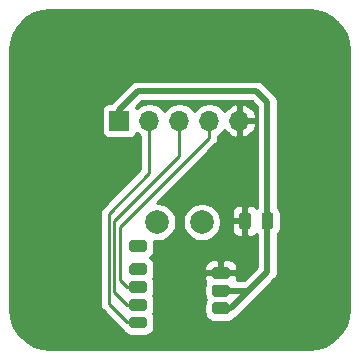
<source format=gbr>
%TF.GenerationSoftware,KiCad,Pcbnew,(5.1.8)-1*%
%TF.CreationDate,2021-03-21T23:47:40-07:00*%
%TF.ProjectId,rls2hd-bob,726c7332-6864-42d6-926f-622e6b696361,rev?*%
%TF.SameCoordinates,Original*%
%TF.FileFunction,Copper,L1,Top*%
%TF.FilePolarity,Positive*%
%FSLAX46Y46*%
G04 Gerber Fmt 4.6, Leading zero omitted, Abs format (unit mm)*
G04 Created by KiCad (PCBNEW (5.1.8)-1) date 2021-03-21 23:47:40*
%MOMM*%
%LPD*%
G01*
G04 APERTURE LIST*
%TA.AperFunction,ComponentPad*%
%ADD10C,2.000000*%
%TD*%
%TA.AperFunction,ComponentPad*%
%ADD11O,1.700000X1.700000*%
%TD*%
%TA.AperFunction,ComponentPad*%
%ADD12R,1.700000X1.700000*%
%TD*%
%TA.AperFunction,ViaPad*%
%ADD13C,0.800000*%
%TD*%
%TA.AperFunction,ViaPad*%
%ADD14C,5.000000*%
%TD*%
%TA.AperFunction,Conductor*%
%ADD15C,0.500000*%
%TD*%
%TA.AperFunction,Conductor*%
%ADD16C,0.250000*%
%TD*%
%TA.AperFunction,Conductor*%
%ADD17C,0.254000*%
%TD*%
%TA.AperFunction,Conductor*%
%ADD18C,0.100000*%
%TD*%
G04 APERTURE END LIST*
%TO.P,C1,2*%
%TO.N,GND*%
%TA.AperFunction,SMDPad,CuDef*%
G36*
G01*
X106050000Y-88025000D02*
X106050000Y-88975000D01*
G75*
G02*
X105800000Y-89225000I-250000J0D01*
G01*
X105300000Y-89225000D01*
G75*
G02*
X105050000Y-88975000I0J250000D01*
G01*
X105050000Y-88025000D01*
G75*
G02*
X105300000Y-87775000I250000J0D01*
G01*
X105800000Y-87775000D01*
G75*
G02*
X106050000Y-88025000I0J-250000D01*
G01*
G37*
%TD.AperFunction*%
%TO.P,C1,1*%
%TO.N,+5V*%
%TA.AperFunction,SMDPad,CuDef*%
G36*
G01*
X107950000Y-88025000D02*
X107950000Y-88975000D01*
G75*
G02*
X107700000Y-89225000I-250000J0D01*
G01*
X107200000Y-89225000D01*
G75*
G02*
X106950000Y-88975000I0J250000D01*
G01*
X106950000Y-88025000D01*
G75*
G02*
X107200000Y-87775000I250000J0D01*
G01*
X107700000Y-87775000D01*
G75*
G02*
X107950000Y-88025000I0J-250000D01*
G01*
G37*
%TD.AperFunction*%
%TD*%
D10*
%TO.P,U1,*%
%TO.N,*%
X101900000Y-88600000D03*
X98100000Y-88600000D03*
%TO.P,U1,4*%
%TO.N,N/C*%
%TA.AperFunction,SMDPad,CuDef*%
G36*
G01*
X97250000Y-90300000D02*
X97250000Y-90900000D01*
G75*
G02*
X97050000Y-91100000I-200000J0D01*
G01*
X95950000Y-91100000D01*
G75*
G02*
X95750000Y-90900000I0J200000D01*
G01*
X95750000Y-90300000D01*
G75*
G02*
X95950000Y-90100000I200000J0D01*
G01*
X97050000Y-90100000D01*
G75*
G02*
X97250000Y-90300000I0J-200000D01*
G01*
G37*
%TD.AperFunction*%
%TO.P,U1,8*%
%TO.N,Net-(J1-Pad2)*%
%TA.AperFunction,SMDPad,CuDef*%
G36*
G01*
X97250000Y-96800000D02*
X97250000Y-97400000D01*
G75*
G02*
X97050000Y-97600000I-200000J0D01*
G01*
X95950000Y-97600000D01*
G75*
G02*
X95750000Y-97400000I0J200000D01*
G01*
X95750000Y-96800000D01*
G75*
G02*
X95950000Y-96600000I200000J0D01*
G01*
X97050000Y-96600000D01*
G75*
G02*
X97250000Y-96800000I0J-200000D01*
G01*
G37*
%TD.AperFunction*%
%TO.P,U1,7*%
%TO.N,Net-(J1-Pad3)*%
%TA.AperFunction,SMDPad,CuDef*%
G36*
G01*
X97250000Y-95300000D02*
X97250000Y-95900000D01*
G75*
G02*
X97050000Y-96100000I-200000J0D01*
G01*
X95950000Y-96100000D01*
G75*
G02*
X95750000Y-95900000I0J200000D01*
G01*
X95750000Y-95300000D01*
G75*
G02*
X95950000Y-95100000I200000J0D01*
G01*
X97050000Y-95100000D01*
G75*
G02*
X97250000Y-95300000I0J-200000D01*
G01*
G37*
%TD.AperFunction*%
%TO.P,U1,6*%
%TO.N,Net-(J1-Pad4)*%
%TA.AperFunction,SMDPad,CuDef*%
G36*
G01*
X97250000Y-93800000D02*
X97250000Y-94400000D01*
G75*
G02*
X97050000Y-94600000I-200000J0D01*
G01*
X95950000Y-94600000D01*
G75*
G02*
X95750000Y-94400000I0J200000D01*
G01*
X95750000Y-93800000D01*
G75*
G02*
X95950000Y-93600000I200000J0D01*
G01*
X97050000Y-93600000D01*
G75*
G02*
X97250000Y-93800000I0J-200000D01*
G01*
G37*
%TD.AperFunction*%
%TO.P,U1,5*%
%TO.N,N/C*%
%TA.AperFunction,SMDPad,CuDef*%
G36*
G01*
X97250000Y-92300000D02*
X97250000Y-92900000D01*
G75*
G02*
X97050000Y-93100000I-200000J0D01*
G01*
X95950000Y-93100000D01*
G75*
G02*
X95750000Y-92900000I0J200000D01*
G01*
X95750000Y-92300000D01*
G75*
G02*
X95950000Y-92100000I200000J0D01*
G01*
X97050000Y-92100000D01*
G75*
G02*
X97250000Y-92300000I0J-200000D01*
G01*
G37*
%TD.AperFunction*%
%TO.P,U1,1*%
%TO.N,+5V*%
%TA.AperFunction,SMDPad,CuDef*%
G36*
G01*
X104250000Y-95600000D02*
X104250000Y-96200000D01*
G75*
G02*
X104050000Y-96400000I-200000J0D01*
G01*
X102950000Y-96400000D01*
G75*
G02*
X102750000Y-96200000I0J200000D01*
G01*
X102750000Y-95600000D01*
G75*
G02*
X102950000Y-95400000I200000J0D01*
G01*
X104050000Y-95400000D01*
G75*
G02*
X104250000Y-95600000I0J-200000D01*
G01*
G37*
%TD.AperFunction*%
%TO.P,U1,2*%
%TA.AperFunction,SMDPad,CuDef*%
G36*
G01*
X104250000Y-94100000D02*
X104250000Y-94700000D01*
G75*
G02*
X104050000Y-94900000I-200000J0D01*
G01*
X102950000Y-94900000D01*
G75*
G02*
X102750000Y-94700000I0J200000D01*
G01*
X102750000Y-94100000D01*
G75*
G02*
X102950000Y-93900000I200000J0D01*
G01*
X104050000Y-93900000D01*
G75*
G02*
X104250000Y-94100000I0J-200000D01*
G01*
G37*
%TD.AperFunction*%
%TO.P,U1,3*%
%TO.N,GND*%
%TA.AperFunction,SMDPad,CuDef*%
G36*
G01*
X104250000Y-92600000D02*
X104250000Y-93200000D01*
G75*
G02*
X104050000Y-93400000I-200000J0D01*
G01*
X102950000Y-93400000D01*
G75*
G02*
X102750000Y-93200000I0J200000D01*
G01*
X102750000Y-92600000D01*
G75*
G02*
X102950000Y-92400000I200000J0D01*
G01*
X104050000Y-92400000D01*
G75*
G02*
X104250000Y-92600000I0J-200000D01*
G01*
G37*
%TD.AperFunction*%
%TD*%
D11*
%TO.P,J1,5*%
%TO.N,GND*%
X105080000Y-80000000D03*
%TO.P,J1,4*%
%TO.N,Net-(J1-Pad4)*%
X102540000Y-80000000D03*
%TO.P,J1,3*%
%TO.N,Net-(J1-Pad3)*%
X100000000Y-80000000D03*
%TO.P,J1,2*%
%TO.N,Net-(J1-Pad2)*%
X97460000Y-80000000D03*
D12*
%TO.P,J1,1*%
%TO.N,+5V*%
X94920000Y-80000000D03*
%TD*%
D13*
%TO.N,*%
X96500000Y-90600000D03*
X96500000Y-92600000D03*
D14*
%TO.N,GND*%
X111000000Y-74000000D03*
X111000000Y-96000000D03*
X89000000Y-96000000D03*
X89000000Y-74000000D03*
%TD*%
D15*
%TO.N,+5V*%
X94920000Y-80000000D02*
X94920000Y-79080000D01*
X94920000Y-79080000D02*
X96500000Y-77500000D01*
X96500000Y-77500000D02*
X106500000Y-77500000D01*
X107450000Y-78450000D02*
X107450000Y-85500000D01*
X106500000Y-77500000D02*
X107450000Y-78450000D01*
X107450000Y-85500000D02*
X107450000Y-92800000D01*
X104350000Y-95900000D02*
X103500000Y-95900000D01*
X107450000Y-92800000D02*
X104350000Y-95900000D01*
X105850000Y-94400000D02*
X103500000Y-94400000D01*
X105875000Y-94375000D02*
X105850000Y-94400000D01*
D16*
%TO.N,Net-(J1-Pad4)*%
X95000000Y-93500000D02*
X95600000Y-94100000D01*
X95000000Y-89000000D02*
X95000000Y-93500000D01*
X102540000Y-81460000D02*
X95000000Y-89000000D01*
X95600000Y-94100000D02*
X96500000Y-94100000D01*
X102540000Y-80000000D02*
X102540000Y-81460000D01*
%TO.N,Net-(J1-Pad3)*%
X95600000Y-95600000D02*
X96500000Y-95600000D01*
X94500000Y-94500000D02*
X95600000Y-95600000D01*
X94500000Y-88500000D02*
X94500000Y-94500000D01*
X100000000Y-83000000D02*
X94500000Y-88500000D01*
X100000000Y-80000000D02*
X100000000Y-83000000D01*
%TO.N,Net-(J1-Pad2)*%
X94000000Y-95500000D02*
X95600000Y-97100000D01*
X94000000Y-87920000D02*
X94000000Y-95500000D01*
X97460000Y-84460000D02*
X94000000Y-87920000D01*
X95600000Y-97100000D02*
X96500000Y-97100000D01*
X97460000Y-80000000D02*
X97460000Y-84460000D01*
%TD*%
D17*
%TO.N,GND*%
X111648126Y-70726714D02*
X112271572Y-70914943D01*
X112846579Y-71220681D01*
X113351247Y-71632279D01*
X113766362Y-72134067D01*
X114076105Y-72706924D01*
X114268682Y-73329039D01*
X114340001Y-74007594D01*
X114340000Y-95967721D01*
X114273286Y-96648126D01*
X114085057Y-97271570D01*
X113779323Y-97846573D01*
X113367721Y-98351248D01*
X112865933Y-98766362D01*
X112293077Y-99076104D01*
X111670961Y-99268682D01*
X110992417Y-99340000D01*
X89032279Y-99340000D01*
X88351874Y-99273286D01*
X87728430Y-99085057D01*
X87153427Y-98779323D01*
X86648752Y-98367721D01*
X86233638Y-97865933D01*
X85923896Y-97293077D01*
X85731318Y-96670961D01*
X85660000Y-95992417D01*
X85660000Y-87920000D01*
X93236324Y-87920000D01*
X93240000Y-87957322D01*
X93240001Y-95462668D01*
X93236324Y-95500000D01*
X93250998Y-95648985D01*
X93294454Y-95792246D01*
X93365026Y-95924276D01*
X93421490Y-95993077D01*
X93460000Y-96040001D01*
X93488998Y-96063799D01*
X95036201Y-97611003D01*
X95059999Y-97640001D01*
X95175724Y-97734974D01*
X95186391Y-97740676D01*
X95253169Y-97865608D01*
X95357394Y-97992606D01*
X95484392Y-98096831D01*
X95629284Y-98174278D01*
X95786500Y-98221969D01*
X95950000Y-98238072D01*
X97050000Y-98238072D01*
X97213500Y-98221969D01*
X97370716Y-98174278D01*
X97515608Y-98096831D01*
X97642606Y-97992606D01*
X97746831Y-97865608D01*
X97824278Y-97720716D01*
X97871969Y-97563500D01*
X97888072Y-97400000D01*
X97888072Y-96800000D01*
X97871969Y-96636500D01*
X97824278Y-96479284D01*
X97755174Y-96350000D01*
X97824278Y-96220716D01*
X97871969Y-96063500D01*
X97888072Y-95900000D01*
X97888072Y-95300000D01*
X97871969Y-95136500D01*
X97824278Y-94979284D01*
X97755174Y-94850000D01*
X97824278Y-94720716D01*
X97871969Y-94563500D01*
X97888072Y-94400000D01*
X97888072Y-93800000D01*
X97871969Y-93636500D01*
X97824278Y-93479284D01*
X97755174Y-93350000D01*
X97824278Y-93220716D01*
X97871969Y-93063500D01*
X97888072Y-92900000D01*
X97888072Y-92400000D01*
X102111928Y-92400000D01*
X102115000Y-92614250D01*
X102273750Y-92773000D01*
X103373000Y-92773000D01*
X103373000Y-91923750D01*
X103627000Y-91923750D01*
X103627000Y-92773000D01*
X104726250Y-92773000D01*
X104885000Y-92614250D01*
X104888072Y-92400000D01*
X104875812Y-92275518D01*
X104839502Y-92155820D01*
X104780537Y-92045506D01*
X104701185Y-91948815D01*
X104604494Y-91869463D01*
X104494180Y-91810498D01*
X104374482Y-91774188D01*
X104250000Y-91761928D01*
X103785750Y-91765000D01*
X103627000Y-91923750D01*
X103373000Y-91923750D01*
X103214250Y-91765000D01*
X102750000Y-91761928D01*
X102625518Y-91774188D01*
X102505820Y-91810498D01*
X102395506Y-91869463D01*
X102298815Y-91948815D01*
X102219463Y-92045506D01*
X102160498Y-92155820D01*
X102124188Y-92275518D01*
X102111928Y-92400000D01*
X97888072Y-92400000D01*
X97888072Y-92300000D01*
X97871969Y-92136500D01*
X97824278Y-91979284D01*
X97746831Y-91834392D01*
X97642606Y-91707394D01*
X97515608Y-91603169D01*
X97509679Y-91600000D01*
X97515608Y-91596831D01*
X97642606Y-91492606D01*
X97746831Y-91365608D01*
X97824278Y-91220716D01*
X97871969Y-91063500D01*
X97888072Y-90900000D01*
X97888072Y-90300000D01*
X97880525Y-90223375D01*
X97938967Y-90235000D01*
X98261033Y-90235000D01*
X98576912Y-90172168D01*
X98874463Y-90048918D01*
X99142252Y-89869987D01*
X99369987Y-89642252D01*
X99548918Y-89374463D01*
X99672168Y-89076912D01*
X99735000Y-88761033D01*
X99735000Y-88438967D01*
X100265000Y-88438967D01*
X100265000Y-88761033D01*
X100327832Y-89076912D01*
X100451082Y-89374463D01*
X100630013Y-89642252D01*
X100857748Y-89869987D01*
X101125537Y-90048918D01*
X101423088Y-90172168D01*
X101738967Y-90235000D01*
X102061033Y-90235000D01*
X102376912Y-90172168D01*
X102674463Y-90048918D01*
X102942252Y-89869987D01*
X103169987Y-89642252D01*
X103348918Y-89374463D01*
X103410827Y-89225000D01*
X104411928Y-89225000D01*
X104424188Y-89349482D01*
X104460498Y-89469180D01*
X104519463Y-89579494D01*
X104598815Y-89676185D01*
X104695506Y-89755537D01*
X104805820Y-89814502D01*
X104925518Y-89850812D01*
X105050000Y-89863072D01*
X105264250Y-89860000D01*
X105423000Y-89701250D01*
X105423000Y-88627000D01*
X104573750Y-88627000D01*
X104415000Y-88785750D01*
X104411928Y-89225000D01*
X103410827Y-89225000D01*
X103472168Y-89076912D01*
X103535000Y-88761033D01*
X103535000Y-88438967D01*
X103472168Y-88123088D01*
X103348918Y-87825537D01*
X103315151Y-87775000D01*
X104411928Y-87775000D01*
X104415000Y-88214250D01*
X104573750Y-88373000D01*
X105423000Y-88373000D01*
X105423000Y-87298750D01*
X105264250Y-87140000D01*
X105050000Y-87136928D01*
X104925518Y-87149188D01*
X104805820Y-87185498D01*
X104695506Y-87244463D01*
X104598815Y-87323815D01*
X104519463Y-87420506D01*
X104460498Y-87530820D01*
X104424188Y-87650518D01*
X104411928Y-87775000D01*
X103315151Y-87775000D01*
X103169987Y-87557748D01*
X102942252Y-87330013D01*
X102674463Y-87151082D01*
X102376912Y-87027832D01*
X102061033Y-86965000D01*
X101738967Y-86965000D01*
X101423088Y-87027832D01*
X101125537Y-87151082D01*
X100857748Y-87330013D01*
X100630013Y-87557748D01*
X100451082Y-87825537D01*
X100327832Y-88123088D01*
X100265000Y-88438967D01*
X99735000Y-88438967D01*
X99672168Y-88123088D01*
X99548918Y-87825537D01*
X99369987Y-87557748D01*
X99142252Y-87330013D01*
X98874463Y-87151082D01*
X98576912Y-87027832D01*
X98261033Y-86965000D01*
X98109801Y-86965000D01*
X103051003Y-82023799D01*
X103080001Y-82000001D01*
X103174974Y-81884276D01*
X103245546Y-81752247D01*
X103289003Y-81608986D01*
X103300000Y-81497333D01*
X103300000Y-81497324D01*
X103303676Y-81460001D01*
X103300000Y-81422678D01*
X103300000Y-81278178D01*
X103486632Y-81153475D01*
X103693475Y-80946632D01*
X103815195Y-80764466D01*
X103884822Y-80881355D01*
X104079731Y-81097588D01*
X104313080Y-81271641D01*
X104575901Y-81396825D01*
X104723110Y-81441476D01*
X104953000Y-81320155D01*
X104953000Y-80127000D01*
X105207000Y-80127000D01*
X105207000Y-81320155D01*
X105436890Y-81441476D01*
X105584099Y-81396825D01*
X105846920Y-81271641D01*
X106080269Y-81097588D01*
X106275178Y-80881355D01*
X106424157Y-80631252D01*
X106521481Y-80356891D01*
X106400814Y-80127000D01*
X105207000Y-80127000D01*
X104953000Y-80127000D01*
X104933000Y-80127000D01*
X104933000Y-79873000D01*
X104953000Y-79873000D01*
X104953000Y-78679845D01*
X105207000Y-78679845D01*
X105207000Y-79873000D01*
X106400814Y-79873000D01*
X106521481Y-79643109D01*
X106424157Y-79368748D01*
X106275178Y-79118645D01*
X106080269Y-78902412D01*
X105846920Y-78728359D01*
X105584099Y-78603175D01*
X105436890Y-78558524D01*
X105207000Y-78679845D01*
X104953000Y-78679845D01*
X104723110Y-78558524D01*
X104575901Y-78603175D01*
X104313080Y-78728359D01*
X104079731Y-78902412D01*
X103884822Y-79118645D01*
X103815195Y-79235534D01*
X103693475Y-79053368D01*
X103486632Y-78846525D01*
X103243411Y-78684010D01*
X102973158Y-78572068D01*
X102686260Y-78515000D01*
X102393740Y-78515000D01*
X102106842Y-78572068D01*
X101836589Y-78684010D01*
X101593368Y-78846525D01*
X101386525Y-79053368D01*
X101270000Y-79227760D01*
X101153475Y-79053368D01*
X100946632Y-78846525D01*
X100703411Y-78684010D01*
X100433158Y-78572068D01*
X100146260Y-78515000D01*
X99853740Y-78515000D01*
X99566842Y-78572068D01*
X99296589Y-78684010D01*
X99053368Y-78846525D01*
X98846525Y-79053368D01*
X98730000Y-79227760D01*
X98613475Y-79053368D01*
X98406632Y-78846525D01*
X98163411Y-78684010D01*
X97893158Y-78572068D01*
X97606260Y-78515000D01*
X97313740Y-78515000D01*
X97026842Y-78572068D01*
X96756589Y-78684010D01*
X96513368Y-78846525D01*
X96381513Y-78978380D01*
X96359502Y-78905820D01*
X96354715Y-78896864D01*
X96866579Y-78385000D01*
X106133422Y-78385000D01*
X106565000Y-78816579D01*
X106565001Y-85456514D01*
X106565000Y-85456524D01*
X106565000Y-87401574D01*
X106501185Y-87323815D01*
X106404494Y-87244463D01*
X106294180Y-87185498D01*
X106174482Y-87149188D01*
X106050000Y-87136928D01*
X105835750Y-87140000D01*
X105677000Y-87298750D01*
X105677000Y-88373000D01*
X105697000Y-88373000D01*
X105697000Y-88627000D01*
X105677000Y-88627000D01*
X105677000Y-89701250D01*
X105835750Y-89860000D01*
X106050000Y-89863072D01*
X106174482Y-89850812D01*
X106294180Y-89814502D01*
X106404494Y-89755537D01*
X106501185Y-89676185D01*
X106565001Y-89598425D01*
X106565001Y-92433420D01*
X105483421Y-93515000D01*
X104876746Y-93515000D01*
X104888072Y-93400000D01*
X104885000Y-93185750D01*
X104726250Y-93027000D01*
X103627000Y-93027000D01*
X103627000Y-93047000D01*
X103373000Y-93047000D01*
X103373000Y-93027000D01*
X102273750Y-93027000D01*
X102115000Y-93185750D01*
X102111928Y-93400000D01*
X102124188Y-93524482D01*
X102160498Y-93644180D01*
X102204218Y-93725973D01*
X102175722Y-93779284D01*
X102128031Y-93936500D01*
X102111928Y-94100000D01*
X102111928Y-94700000D01*
X102128031Y-94863500D01*
X102175722Y-95020716D01*
X102244826Y-95150000D01*
X102175722Y-95279284D01*
X102128031Y-95436500D01*
X102111928Y-95600000D01*
X102111928Y-96200000D01*
X102128031Y-96363500D01*
X102175722Y-96520716D01*
X102253169Y-96665608D01*
X102357394Y-96792606D01*
X102484392Y-96896831D01*
X102629284Y-96974278D01*
X102786500Y-97021969D01*
X102950000Y-97038072D01*
X104050000Y-97038072D01*
X104213500Y-97021969D01*
X104370716Y-96974278D01*
X104515608Y-96896831D01*
X104642606Y-96792606D01*
X104709152Y-96711519D01*
X104844059Y-96639411D01*
X104978817Y-96528817D01*
X105006534Y-96495044D01*
X106445046Y-95056532D01*
X106478817Y-95028817D01*
X106506532Y-94995047D01*
X108045049Y-93456530D01*
X108078817Y-93428817D01*
X108107019Y-93394454D01*
X108189410Y-93294060D01*
X108206585Y-93261928D01*
X108271589Y-93140313D01*
X108322195Y-92973490D01*
X108335000Y-92843477D01*
X108335000Y-92843467D01*
X108339281Y-92800001D01*
X108335000Y-92756534D01*
X108335000Y-89594386D01*
X108438405Y-89468386D01*
X108520472Y-89314850D01*
X108571008Y-89148254D01*
X108588072Y-88975000D01*
X108588072Y-88025000D01*
X108571008Y-87851746D01*
X108520472Y-87685150D01*
X108438405Y-87531614D01*
X108335000Y-87405614D01*
X108335000Y-78493469D01*
X108339281Y-78450000D01*
X108335000Y-78406531D01*
X108335000Y-78406523D01*
X108322195Y-78276510D01*
X108271589Y-78109687D01*
X108189411Y-77955941D01*
X108078817Y-77821183D01*
X108045050Y-77793471D01*
X107156534Y-76904956D01*
X107128817Y-76871183D01*
X106994059Y-76760589D01*
X106840313Y-76678411D01*
X106673490Y-76627805D01*
X106543477Y-76615000D01*
X106543469Y-76615000D01*
X106500000Y-76610719D01*
X106456531Y-76615000D01*
X96543465Y-76615000D01*
X96499999Y-76610719D01*
X96456533Y-76615000D01*
X96456523Y-76615000D01*
X96326510Y-76627805D01*
X96159687Y-76678411D01*
X96005941Y-76760589D01*
X96005939Y-76760590D01*
X96005940Y-76760590D01*
X95904953Y-76843468D01*
X95904951Y-76843470D01*
X95871183Y-76871183D01*
X95843470Y-76904951D01*
X94324951Y-78423471D01*
X94291184Y-78451183D01*
X94263471Y-78484951D01*
X94263468Y-78484954D01*
X94241331Y-78511928D01*
X94070000Y-78511928D01*
X93945518Y-78524188D01*
X93825820Y-78560498D01*
X93715506Y-78619463D01*
X93618815Y-78698815D01*
X93539463Y-78795506D01*
X93480498Y-78905820D01*
X93444188Y-79025518D01*
X93431928Y-79150000D01*
X93431928Y-80850000D01*
X93444188Y-80974482D01*
X93480498Y-81094180D01*
X93539463Y-81204494D01*
X93618815Y-81301185D01*
X93715506Y-81380537D01*
X93825820Y-81439502D01*
X93945518Y-81475812D01*
X94070000Y-81488072D01*
X95770000Y-81488072D01*
X95894482Y-81475812D01*
X96014180Y-81439502D01*
X96124494Y-81380537D01*
X96221185Y-81301185D01*
X96300537Y-81204494D01*
X96359502Y-81094180D01*
X96381513Y-81021620D01*
X96513368Y-81153475D01*
X96700000Y-81278179D01*
X96700001Y-84145197D01*
X93489003Y-87356196D01*
X93459999Y-87379999D01*
X93404871Y-87447174D01*
X93365026Y-87495724D01*
X93294455Y-87627753D01*
X93294454Y-87627754D01*
X93250997Y-87771015D01*
X93240000Y-87882668D01*
X93240000Y-87882678D01*
X93236324Y-87920000D01*
X85660000Y-87920000D01*
X85660000Y-74032278D01*
X85726714Y-73351874D01*
X85914943Y-72728428D01*
X86220681Y-72153421D01*
X86632279Y-71648753D01*
X87134067Y-71233638D01*
X87706924Y-70923895D01*
X88329039Y-70731318D01*
X89007584Y-70660000D01*
X110967722Y-70660000D01*
X111648126Y-70726714D01*
%TA.AperFunction,Conductor*%
D18*
G36*
X111648126Y-70726714D02*
G01*
X112271572Y-70914943D01*
X112846579Y-71220681D01*
X113351247Y-71632279D01*
X113766362Y-72134067D01*
X114076105Y-72706924D01*
X114268682Y-73329039D01*
X114340001Y-74007594D01*
X114340000Y-95967721D01*
X114273286Y-96648126D01*
X114085057Y-97271570D01*
X113779323Y-97846573D01*
X113367721Y-98351248D01*
X112865933Y-98766362D01*
X112293077Y-99076104D01*
X111670961Y-99268682D01*
X110992417Y-99340000D01*
X89032279Y-99340000D01*
X88351874Y-99273286D01*
X87728430Y-99085057D01*
X87153427Y-98779323D01*
X86648752Y-98367721D01*
X86233638Y-97865933D01*
X85923896Y-97293077D01*
X85731318Y-96670961D01*
X85660000Y-95992417D01*
X85660000Y-87920000D01*
X93236324Y-87920000D01*
X93240000Y-87957322D01*
X93240001Y-95462668D01*
X93236324Y-95500000D01*
X93250998Y-95648985D01*
X93294454Y-95792246D01*
X93365026Y-95924276D01*
X93421490Y-95993077D01*
X93460000Y-96040001D01*
X93488998Y-96063799D01*
X95036201Y-97611003D01*
X95059999Y-97640001D01*
X95175724Y-97734974D01*
X95186391Y-97740676D01*
X95253169Y-97865608D01*
X95357394Y-97992606D01*
X95484392Y-98096831D01*
X95629284Y-98174278D01*
X95786500Y-98221969D01*
X95950000Y-98238072D01*
X97050000Y-98238072D01*
X97213500Y-98221969D01*
X97370716Y-98174278D01*
X97515608Y-98096831D01*
X97642606Y-97992606D01*
X97746831Y-97865608D01*
X97824278Y-97720716D01*
X97871969Y-97563500D01*
X97888072Y-97400000D01*
X97888072Y-96800000D01*
X97871969Y-96636500D01*
X97824278Y-96479284D01*
X97755174Y-96350000D01*
X97824278Y-96220716D01*
X97871969Y-96063500D01*
X97888072Y-95900000D01*
X97888072Y-95300000D01*
X97871969Y-95136500D01*
X97824278Y-94979284D01*
X97755174Y-94850000D01*
X97824278Y-94720716D01*
X97871969Y-94563500D01*
X97888072Y-94400000D01*
X97888072Y-93800000D01*
X97871969Y-93636500D01*
X97824278Y-93479284D01*
X97755174Y-93350000D01*
X97824278Y-93220716D01*
X97871969Y-93063500D01*
X97888072Y-92900000D01*
X97888072Y-92400000D01*
X102111928Y-92400000D01*
X102115000Y-92614250D01*
X102273750Y-92773000D01*
X103373000Y-92773000D01*
X103373000Y-91923750D01*
X103627000Y-91923750D01*
X103627000Y-92773000D01*
X104726250Y-92773000D01*
X104885000Y-92614250D01*
X104888072Y-92400000D01*
X104875812Y-92275518D01*
X104839502Y-92155820D01*
X104780537Y-92045506D01*
X104701185Y-91948815D01*
X104604494Y-91869463D01*
X104494180Y-91810498D01*
X104374482Y-91774188D01*
X104250000Y-91761928D01*
X103785750Y-91765000D01*
X103627000Y-91923750D01*
X103373000Y-91923750D01*
X103214250Y-91765000D01*
X102750000Y-91761928D01*
X102625518Y-91774188D01*
X102505820Y-91810498D01*
X102395506Y-91869463D01*
X102298815Y-91948815D01*
X102219463Y-92045506D01*
X102160498Y-92155820D01*
X102124188Y-92275518D01*
X102111928Y-92400000D01*
X97888072Y-92400000D01*
X97888072Y-92300000D01*
X97871969Y-92136500D01*
X97824278Y-91979284D01*
X97746831Y-91834392D01*
X97642606Y-91707394D01*
X97515608Y-91603169D01*
X97509679Y-91600000D01*
X97515608Y-91596831D01*
X97642606Y-91492606D01*
X97746831Y-91365608D01*
X97824278Y-91220716D01*
X97871969Y-91063500D01*
X97888072Y-90900000D01*
X97888072Y-90300000D01*
X97880525Y-90223375D01*
X97938967Y-90235000D01*
X98261033Y-90235000D01*
X98576912Y-90172168D01*
X98874463Y-90048918D01*
X99142252Y-89869987D01*
X99369987Y-89642252D01*
X99548918Y-89374463D01*
X99672168Y-89076912D01*
X99735000Y-88761033D01*
X99735000Y-88438967D01*
X100265000Y-88438967D01*
X100265000Y-88761033D01*
X100327832Y-89076912D01*
X100451082Y-89374463D01*
X100630013Y-89642252D01*
X100857748Y-89869987D01*
X101125537Y-90048918D01*
X101423088Y-90172168D01*
X101738967Y-90235000D01*
X102061033Y-90235000D01*
X102376912Y-90172168D01*
X102674463Y-90048918D01*
X102942252Y-89869987D01*
X103169987Y-89642252D01*
X103348918Y-89374463D01*
X103410827Y-89225000D01*
X104411928Y-89225000D01*
X104424188Y-89349482D01*
X104460498Y-89469180D01*
X104519463Y-89579494D01*
X104598815Y-89676185D01*
X104695506Y-89755537D01*
X104805820Y-89814502D01*
X104925518Y-89850812D01*
X105050000Y-89863072D01*
X105264250Y-89860000D01*
X105423000Y-89701250D01*
X105423000Y-88627000D01*
X104573750Y-88627000D01*
X104415000Y-88785750D01*
X104411928Y-89225000D01*
X103410827Y-89225000D01*
X103472168Y-89076912D01*
X103535000Y-88761033D01*
X103535000Y-88438967D01*
X103472168Y-88123088D01*
X103348918Y-87825537D01*
X103315151Y-87775000D01*
X104411928Y-87775000D01*
X104415000Y-88214250D01*
X104573750Y-88373000D01*
X105423000Y-88373000D01*
X105423000Y-87298750D01*
X105264250Y-87140000D01*
X105050000Y-87136928D01*
X104925518Y-87149188D01*
X104805820Y-87185498D01*
X104695506Y-87244463D01*
X104598815Y-87323815D01*
X104519463Y-87420506D01*
X104460498Y-87530820D01*
X104424188Y-87650518D01*
X104411928Y-87775000D01*
X103315151Y-87775000D01*
X103169987Y-87557748D01*
X102942252Y-87330013D01*
X102674463Y-87151082D01*
X102376912Y-87027832D01*
X102061033Y-86965000D01*
X101738967Y-86965000D01*
X101423088Y-87027832D01*
X101125537Y-87151082D01*
X100857748Y-87330013D01*
X100630013Y-87557748D01*
X100451082Y-87825537D01*
X100327832Y-88123088D01*
X100265000Y-88438967D01*
X99735000Y-88438967D01*
X99672168Y-88123088D01*
X99548918Y-87825537D01*
X99369987Y-87557748D01*
X99142252Y-87330013D01*
X98874463Y-87151082D01*
X98576912Y-87027832D01*
X98261033Y-86965000D01*
X98109801Y-86965000D01*
X103051003Y-82023799D01*
X103080001Y-82000001D01*
X103174974Y-81884276D01*
X103245546Y-81752247D01*
X103289003Y-81608986D01*
X103300000Y-81497333D01*
X103300000Y-81497324D01*
X103303676Y-81460001D01*
X103300000Y-81422678D01*
X103300000Y-81278178D01*
X103486632Y-81153475D01*
X103693475Y-80946632D01*
X103815195Y-80764466D01*
X103884822Y-80881355D01*
X104079731Y-81097588D01*
X104313080Y-81271641D01*
X104575901Y-81396825D01*
X104723110Y-81441476D01*
X104953000Y-81320155D01*
X104953000Y-80127000D01*
X105207000Y-80127000D01*
X105207000Y-81320155D01*
X105436890Y-81441476D01*
X105584099Y-81396825D01*
X105846920Y-81271641D01*
X106080269Y-81097588D01*
X106275178Y-80881355D01*
X106424157Y-80631252D01*
X106521481Y-80356891D01*
X106400814Y-80127000D01*
X105207000Y-80127000D01*
X104953000Y-80127000D01*
X104933000Y-80127000D01*
X104933000Y-79873000D01*
X104953000Y-79873000D01*
X104953000Y-78679845D01*
X105207000Y-78679845D01*
X105207000Y-79873000D01*
X106400814Y-79873000D01*
X106521481Y-79643109D01*
X106424157Y-79368748D01*
X106275178Y-79118645D01*
X106080269Y-78902412D01*
X105846920Y-78728359D01*
X105584099Y-78603175D01*
X105436890Y-78558524D01*
X105207000Y-78679845D01*
X104953000Y-78679845D01*
X104723110Y-78558524D01*
X104575901Y-78603175D01*
X104313080Y-78728359D01*
X104079731Y-78902412D01*
X103884822Y-79118645D01*
X103815195Y-79235534D01*
X103693475Y-79053368D01*
X103486632Y-78846525D01*
X103243411Y-78684010D01*
X102973158Y-78572068D01*
X102686260Y-78515000D01*
X102393740Y-78515000D01*
X102106842Y-78572068D01*
X101836589Y-78684010D01*
X101593368Y-78846525D01*
X101386525Y-79053368D01*
X101270000Y-79227760D01*
X101153475Y-79053368D01*
X100946632Y-78846525D01*
X100703411Y-78684010D01*
X100433158Y-78572068D01*
X100146260Y-78515000D01*
X99853740Y-78515000D01*
X99566842Y-78572068D01*
X99296589Y-78684010D01*
X99053368Y-78846525D01*
X98846525Y-79053368D01*
X98730000Y-79227760D01*
X98613475Y-79053368D01*
X98406632Y-78846525D01*
X98163411Y-78684010D01*
X97893158Y-78572068D01*
X97606260Y-78515000D01*
X97313740Y-78515000D01*
X97026842Y-78572068D01*
X96756589Y-78684010D01*
X96513368Y-78846525D01*
X96381513Y-78978380D01*
X96359502Y-78905820D01*
X96354715Y-78896864D01*
X96866579Y-78385000D01*
X106133422Y-78385000D01*
X106565000Y-78816579D01*
X106565001Y-85456514D01*
X106565000Y-85456524D01*
X106565000Y-87401574D01*
X106501185Y-87323815D01*
X106404494Y-87244463D01*
X106294180Y-87185498D01*
X106174482Y-87149188D01*
X106050000Y-87136928D01*
X105835750Y-87140000D01*
X105677000Y-87298750D01*
X105677000Y-88373000D01*
X105697000Y-88373000D01*
X105697000Y-88627000D01*
X105677000Y-88627000D01*
X105677000Y-89701250D01*
X105835750Y-89860000D01*
X106050000Y-89863072D01*
X106174482Y-89850812D01*
X106294180Y-89814502D01*
X106404494Y-89755537D01*
X106501185Y-89676185D01*
X106565001Y-89598425D01*
X106565001Y-92433420D01*
X105483421Y-93515000D01*
X104876746Y-93515000D01*
X104888072Y-93400000D01*
X104885000Y-93185750D01*
X104726250Y-93027000D01*
X103627000Y-93027000D01*
X103627000Y-93047000D01*
X103373000Y-93047000D01*
X103373000Y-93027000D01*
X102273750Y-93027000D01*
X102115000Y-93185750D01*
X102111928Y-93400000D01*
X102124188Y-93524482D01*
X102160498Y-93644180D01*
X102204218Y-93725973D01*
X102175722Y-93779284D01*
X102128031Y-93936500D01*
X102111928Y-94100000D01*
X102111928Y-94700000D01*
X102128031Y-94863500D01*
X102175722Y-95020716D01*
X102244826Y-95150000D01*
X102175722Y-95279284D01*
X102128031Y-95436500D01*
X102111928Y-95600000D01*
X102111928Y-96200000D01*
X102128031Y-96363500D01*
X102175722Y-96520716D01*
X102253169Y-96665608D01*
X102357394Y-96792606D01*
X102484392Y-96896831D01*
X102629284Y-96974278D01*
X102786500Y-97021969D01*
X102950000Y-97038072D01*
X104050000Y-97038072D01*
X104213500Y-97021969D01*
X104370716Y-96974278D01*
X104515608Y-96896831D01*
X104642606Y-96792606D01*
X104709152Y-96711519D01*
X104844059Y-96639411D01*
X104978817Y-96528817D01*
X105006534Y-96495044D01*
X106445046Y-95056532D01*
X106478817Y-95028817D01*
X106506532Y-94995047D01*
X108045049Y-93456530D01*
X108078817Y-93428817D01*
X108107019Y-93394454D01*
X108189410Y-93294060D01*
X108206585Y-93261928D01*
X108271589Y-93140313D01*
X108322195Y-92973490D01*
X108335000Y-92843477D01*
X108335000Y-92843467D01*
X108339281Y-92800001D01*
X108335000Y-92756534D01*
X108335000Y-89594386D01*
X108438405Y-89468386D01*
X108520472Y-89314850D01*
X108571008Y-89148254D01*
X108588072Y-88975000D01*
X108588072Y-88025000D01*
X108571008Y-87851746D01*
X108520472Y-87685150D01*
X108438405Y-87531614D01*
X108335000Y-87405614D01*
X108335000Y-78493469D01*
X108339281Y-78450000D01*
X108335000Y-78406531D01*
X108335000Y-78406523D01*
X108322195Y-78276510D01*
X108271589Y-78109687D01*
X108189411Y-77955941D01*
X108078817Y-77821183D01*
X108045050Y-77793471D01*
X107156534Y-76904956D01*
X107128817Y-76871183D01*
X106994059Y-76760589D01*
X106840313Y-76678411D01*
X106673490Y-76627805D01*
X106543477Y-76615000D01*
X106543469Y-76615000D01*
X106500000Y-76610719D01*
X106456531Y-76615000D01*
X96543465Y-76615000D01*
X96499999Y-76610719D01*
X96456533Y-76615000D01*
X96456523Y-76615000D01*
X96326510Y-76627805D01*
X96159687Y-76678411D01*
X96005941Y-76760589D01*
X96005939Y-76760590D01*
X96005940Y-76760590D01*
X95904953Y-76843468D01*
X95904951Y-76843470D01*
X95871183Y-76871183D01*
X95843470Y-76904951D01*
X94324951Y-78423471D01*
X94291184Y-78451183D01*
X94263471Y-78484951D01*
X94263468Y-78484954D01*
X94241331Y-78511928D01*
X94070000Y-78511928D01*
X93945518Y-78524188D01*
X93825820Y-78560498D01*
X93715506Y-78619463D01*
X93618815Y-78698815D01*
X93539463Y-78795506D01*
X93480498Y-78905820D01*
X93444188Y-79025518D01*
X93431928Y-79150000D01*
X93431928Y-80850000D01*
X93444188Y-80974482D01*
X93480498Y-81094180D01*
X93539463Y-81204494D01*
X93618815Y-81301185D01*
X93715506Y-81380537D01*
X93825820Y-81439502D01*
X93945518Y-81475812D01*
X94070000Y-81488072D01*
X95770000Y-81488072D01*
X95894482Y-81475812D01*
X96014180Y-81439502D01*
X96124494Y-81380537D01*
X96221185Y-81301185D01*
X96300537Y-81204494D01*
X96359502Y-81094180D01*
X96381513Y-81021620D01*
X96513368Y-81153475D01*
X96700000Y-81278179D01*
X96700001Y-84145197D01*
X93489003Y-87356196D01*
X93459999Y-87379999D01*
X93404871Y-87447174D01*
X93365026Y-87495724D01*
X93294455Y-87627753D01*
X93294454Y-87627754D01*
X93250997Y-87771015D01*
X93240000Y-87882668D01*
X93240000Y-87882678D01*
X93236324Y-87920000D01*
X85660000Y-87920000D01*
X85660000Y-74032278D01*
X85726714Y-73351874D01*
X85914943Y-72728428D01*
X86220681Y-72153421D01*
X86632279Y-71648753D01*
X87134067Y-71233638D01*
X87706924Y-70923895D01*
X88329039Y-70731318D01*
X89007584Y-70660000D01*
X110967722Y-70660000D01*
X111648126Y-70726714D01*
G37*
%TD.AperFunction*%
%TD*%
M02*

</source>
